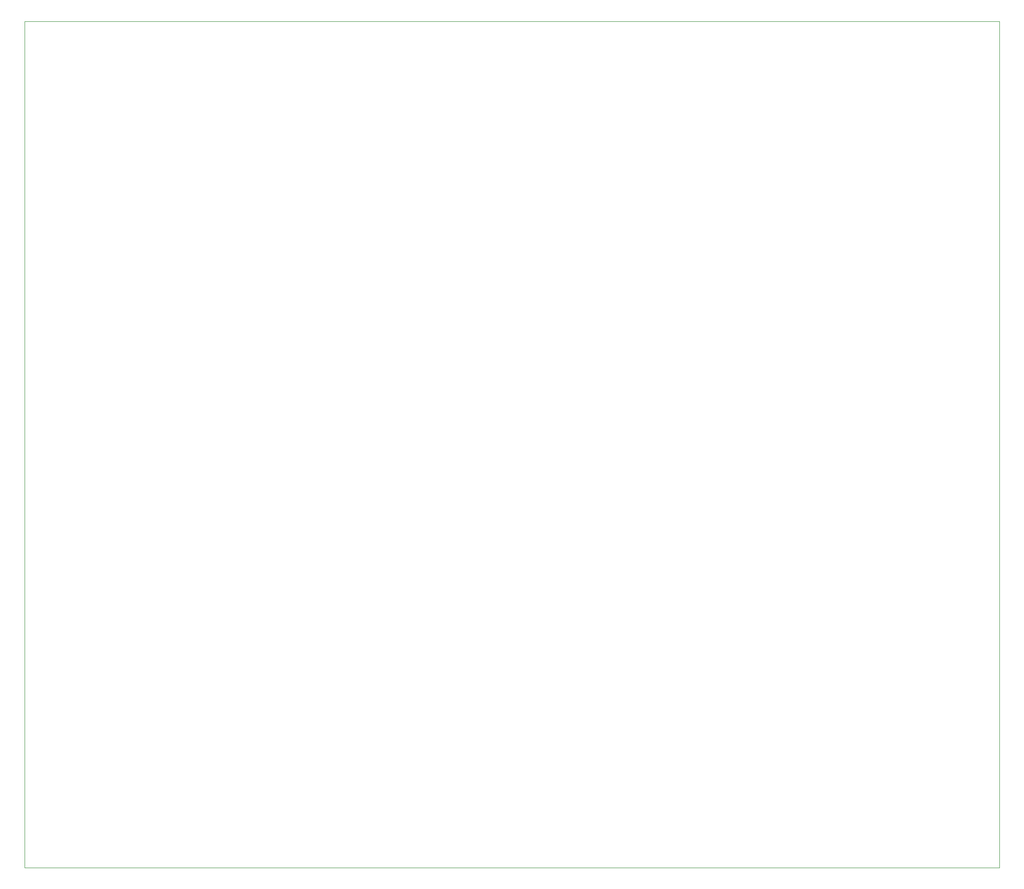
<source format=gm1>
G04 #@! TF.GenerationSoftware,KiCad,Pcbnew,7.0.8*
G04 #@! TF.CreationDate,2023-11-03T15:57:50-04:00*
G04 #@! TF.ProjectId,GoodBotControlBoard,476f6f64-426f-4744-936f-6e74726f6c42,rev?*
G04 #@! TF.SameCoordinates,Original*
G04 #@! TF.FileFunction,Profile,NP*
%FSLAX46Y46*%
G04 Gerber Fmt 4.6, Leading zero omitted, Abs format (unit mm)*
G04 Created by KiCad (PCBNEW 7.0.8) date 2023-11-03 15:57:50*
%MOMM*%
%LPD*%
G01*
G04 APERTURE LIST*
G04 #@! TA.AperFunction,Profile*
%ADD10C,0.100000*%
G04 #@! TD*
G04 APERTURE END LIST*
D10*
X204978000Y-167386000D02*
X27178000Y-167386000D01*
X204978000Y-12954000D02*
X204978000Y-167386000D01*
X27178000Y-12954000D02*
X204978000Y-12954000D01*
X27178000Y-167386000D02*
X27178000Y-12954000D01*
M02*

</source>
